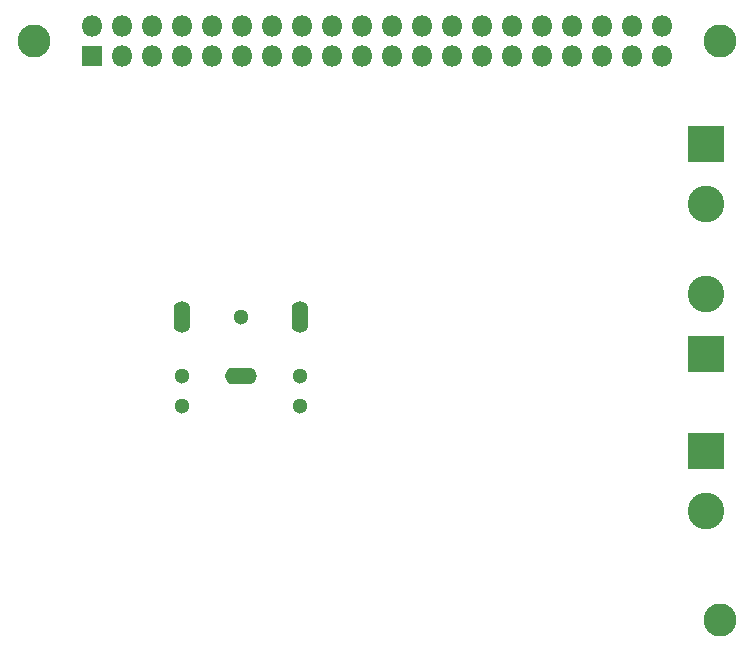
<source format=gbs>
G04 #@! TF.GenerationSoftware,KiCad,Pcbnew,(5.1.6)-1*
G04 #@! TF.CreationDate,2020-06-15T08:38:09-05:00*
G04 #@! TF.ProjectId,RPi_MotorAudio_Board,5250695f-4d6f-4746-9f72-417564696f5f,rev?*
G04 #@! TF.SameCoordinates,Original*
G04 #@! TF.FileFunction,Soldermask,Bot*
G04 #@! TF.FilePolarity,Negative*
%FSLAX46Y46*%
G04 Gerber Fmt 4.6, Leading zero omitted, Abs format (unit mm)*
G04 Created by KiCad (PCBNEW (5.1.6)-1) date 2020-06-15 08:38:09*
%MOMM*%
%LPD*%
G01*
G04 APERTURE LIST*
%ADD10R,3.100000X3.100000*%
%ADD11C,3.100000*%
%ADD12C,1.300000*%
%ADD13O,1.408000X2.716000*%
%ADD14O,2.716000X1.408000*%
%ADD15C,2.800000*%
%ADD16R,1.800000X1.800000*%
%ADD17O,1.800000X1.800000*%
G04 APERTURE END LIST*
D10*
X260325000Y-106185000D03*
D11*
X260325000Y-111265000D03*
D12*
X225955000Y-125870000D03*
X225955000Y-128370000D03*
X220955000Y-120870000D03*
X215955000Y-125870000D03*
X215955000Y-128370000D03*
D13*
X215955000Y-120870000D03*
X225955000Y-120870000D03*
D14*
X220955000Y-125870000D03*
D15*
X261500000Y-146500000D03*
X261500000Y-97500000D03*
X203500000Y-97500000D03*
D10*
X260325000Y-123965000D03*
D11*
X260325000Y-118885000D03*
D10*
X260325000Y-132220000D03*
D11*
X260325000Y-137300000D03*
D16*
X208370000Y-98770000D03*
D17*
X208370000Y-96230000D03*
X210910000Y-98770000D03*
X210910000Y-96230000D03*
X213450000Y-98770000D03*
X213450000Y-96230000D03*
X215990000Y-98770000D03*
X215990000Y-96230000D03*
X218530000Y-98770000D03*
X218530000Y-96230000D03*
X221070000Y-98770000D03*
X221070000Y-96230000D03*
X223610000Y-98770000D03*
X223610000Y-96230000D03*
X226150000Y-98770000D03*
X226150000Y-96230000D03*
X228690000Y-98770000D03*
X228690000Y-96230000D03*
X231230000Y-98770000D03*
X231230000Y-96230000D03*
X233770000Y-98770000D03*
X233770000Y-96230000D03*
X236310000Y-98770000D03*
X236310000Y-96230000D03*
X238850000Y-98770000D03*
X238850000Y-96230000D03*
X241390000Y-98770000D03*
X241390000Y-96230000D03*
X243930000Y-98770000D03*
X243930000Y-96230000D03*
X246470000Y-98770000D03*
X246470000Y-96230000D03*
X249010000Y-98770000D03*
X249010000Y-96230000D03*
X251550000Y-98770000D03*
X251550000Y-96230000D03*
X254090000Y-98770000D03*
X254090000Y-96230000D03*
X256630000Y-98770000D03*
X256630000Y-96230000D03*
M02*

</source>
